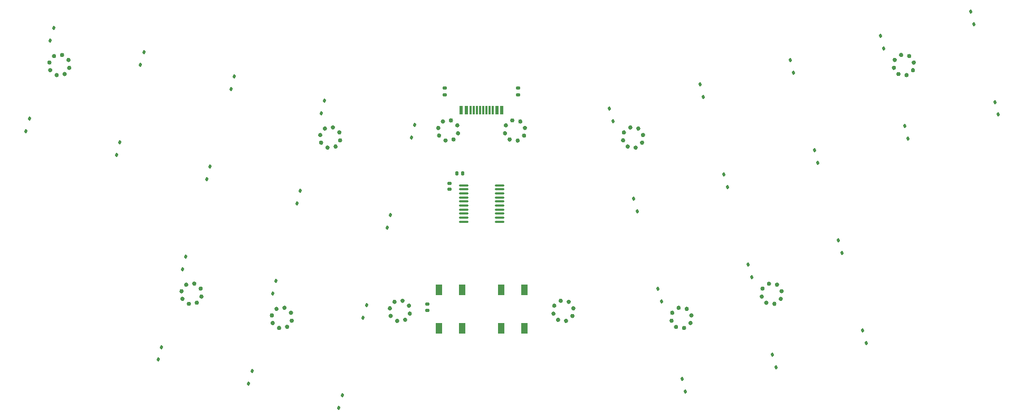
<source format=gbr>
%TF.GenerationSoftware,KiCad,Pcbnew,8.0.0*%
%TF.CreationDate,2024-03-16T16:30:29-05:00*%
%TF.ProjectId,rattlemebones32,72617474-6c65-46d6-9562-6f6e65733332,rev?*%
%TF.SameCoordinates,Original*%
%TF.FileFunction,Paste,Bot*%
%TF.FilePolarity,Positive*%
%FSLAX46Y46*%
G04 Gerber Fmt 4.6, Leading zero omitted, Abs format (unit mm)*
G04 Created by KiCad (PCBNEW 8.0.0) date 2024-03-16 16:30:29*
%MOMM*%
%LPD*%
G01*
G04 APERTURE LIST*
G04 Aperture macros list*
%AMRoundRect*
0 Rectangle with rounded corners*
0 $1 Rounding radius*
0 $2 $3 $4 $5 $6 $7 $8 $9 X,Y pos of 4 corners*
0 Add a 4 corners polygon primitive as box body*
4,1,4,$2,$3,$4,$5,$6,$7,$8,$9,$2,$3,0*
0 Add four circle primitives for the rounded corners*
1,1,$1+$1,$2,$3*
1,1,$1+$1,$4,$5*
1,1,$1+$1,$6,$7*
1,1,$1+$1,$8,$9*
0 Add four rect primitives between the rounded corners*
20,1,$1+$1,$2,$3,$4,$5,0*
20,1,$1+$1,$4,$5,$6,$7,0*
20,1,$1+$1,$6,$7,$8,$9,0*
20,1,$1+$1,$8,$9,$2,$3,0*%
G04 Aperture macros list end*
%ADD10C,0.360000*%
%ADD11C,0.359999*%
%ADD12C,0.360001*%
%ADD13C,0.360002*%
%ADD14RoundRect,0.112500X0.157195X-0.151994X0.060138X0.210228X-0.157195X0.151994X-0.060138X-0.210228X0*%
%ADD15RoundRect,0.140000X0.140000X0.170000X-0.140000X0.170000X-0.140000X-0.170000X0.140000X-0.170000X0*%
%ADD16RoundRect,0.112500X0.060138X-0.210228X0.157195X0.151994X-0.060138X0.210228X-0.157195X-0.151994X0*%
%ADD17R,0.600000X1.450000*%
%ADD18R,0.300000X1.450000*%
%ADD19R,1.100000X1.800000*%
%ADD20RoundRect,0.100000X0.637500X0.100000X-0.637500X0.100000X-0.637500X-0.100000X0.637500X-0.100000X0*%
%ADD21RoundRect,0.135000X0.185000X-0.135000X0.185000X0.135000X-0.185000X0.135000X-0.185000X-0.135000X0*%
%ADD22RoundRect,0.135000X-0.185000X0.135000X-0.185000X-0.135000X0.185000X-0.135000X0.185000X0.135000X0*%
%ADD23RoundRect,0.140000X-0.170000X0.140000X-0.170000X-0.140000X0.170000X-0.140000X0.170000X0.140000X0*%
G04 APERTURE END LIST*
%TO.C,H11*%
D10*
X141649694Y-54151472D02*
G75*
G02*
X141289694Y-54151472I-180000J0D01*
G01*
X141289694Y-54151472D02*
G75*
G02*
X141649694Y-54151472I180000J0D01*
G01*
D11*
X141773776Y-55427050D02*
G75*
G02*
X141413778Y-55427050I-179999J0D01*
G01*
X141413778Y-55427050D02*
G75*
G02*
X141773776Y-55427050I179999J0D01*
G01*
X140619991Y-53357926D02*
G75*
G02*
X140259993Y-53357926I-179999J0D01*
G01*
X140259993Y-53357926D02*
G75*
G02*
X140619991Y-53357926I179999J0D01*
G01*
D12*
X141041469Y-56421398D02*
G75*
G02*
X140681469Y-56421398I-180000J0D01*
G01*
X140681469Y-56421398D02*
G75*
G02*
X141041469Y-56421398I180000J0D01*
G01*
X139331472Y-53530306D02*
G75*
G02*
X138971472Y-53530306I-180000J0D01*
G01*
X138971472Y-53530306D02*
G75*
G02*
X139331472Y-53530306I180000J0D01*
G01*
X139752950Y-56593777D02*
G75*
G02*
X139392950Y-56593777I-180000J0D01*
G01*
X139392950Y-56593777D02*
G75*
G02*
X139752950Y-56593777I180000J0D01*
G01*
D13*
X138586224Y-54572950D02*
G75*
G02*
X138226222Y-54572950I-180001J0D01*
G01*
X138226222Y-54572950D02*
G75*
G02*
X138586224Y-54572950I180001J0D01*
G01*
D10*
X138723247Y-55800232D02*
G75*
G02*
X138363247Y-55800232I-180000J0D01*
G01*
X138363247Y-55800232D02*
G75*
G02*
X138723247Y-55800232I180000J0D01*
G01*
%TO.C,H4*%
X122710119Y-55288285D02*
G75*
G02*
X122350119Y-55288285I-180000J0D01*
G01*
X122350119Y-55288285D02*
G75*
G02*
X122710119Y-55288285I180000J0D01*
G01*
D11*
X122834201Y-56563863D02*
G75*
G02*
X122474203Y-56563863I-179999J0D01*
G01*
X122474203Y-56563863D02*
G75*
G02*
X122834201Y-56563863I179999J0D01*
G01*
X121680416Y-54494739D02*
G75*
G02*
X121320418Y-54494739I-179999J0D01*
G01*
X121320418Y-54494739D02*
G75*
G02*
X121680416Y-54494739I179999J0D01*
G01*
D12*
X122101894Y-57558211D02*
G75*
G02*
X121741894Y-57558211I-180000J0D01*
G01*
X121741894Y-57558211D02*
G75*
G02*
X122101894Y-57558211I180000J0D01*
G01*
X120391897Y-54667119D02*
G75*
G02*
X120031897Y-54667119I-180000J0D01*
G01*
X120031897Y-54667119D02*
G75*
G02*
X120391897Y-54667119I180000J0D01*
G01*
X120813375Y-57730590D02*
G75*
G02*
X120453375Y-57730590I-180000J0D01*
G01*
X120453375Y-57730590D02*
G75*
G02*
X120813375Y-57730590I180000J0D01*
G01*
D13*
X119646649Y-55709763D02*
G75*
G02*
X119286647Y-55709763I-180001J0D01*
G01*
X119286647Y-55709763D02*
G75*
G02*
X119646649Y-55709763I180001J0D01*
G01*
D10*
X119783672Y-56937045D02*
G75*
G02*
X119423672Y-56937045I-180000J0D01*
G01*
X119423672Y-56937045D02*
G75*
G02*
X119783672Y-56937045I180000J0D01*
G01*
%TO.C,H9*%
X149414269Y-25173697D02*
G75*
G02*
X149054269Y-25173697I-180000J0D01*
G01*
X149054269Y-25173697D02*
G75*
G02*
X149414269Y-25173697I180000J0D01*
G01*
D11*
X149538351Y-26449275D02*
G75*
G02*
X149178353Y-26449275I-179999J0D01*
G01*
X149178353Y-26449275D02*
G75*
G02*
X149538351Y-26449275I179999J0D01*
G01*
X148384566Y-24380151D02*
G75*
G02*
X148024568Y-24380151I-179999J0D01*
G01*
X148024568Y-24380151D02*
G75*
G02*
X148384566Y-24380151I179999J0D01*
G01*
D12*
X148806044Y-27443623D02*
G75*
G02*
X148446044Y-27443623I-180000J0D01*
G01*
X148446044Y-27443623D02*
G75*
G02*
X148806044Y-27443623I180000J0D01*
G01*
X147096047Y-24552531D02*
G75*
G02*
X146736047Y-24552531I-180000J0D01*
G01*
X146736047Y-24552531D02*
G75*
G02*
X147096047Y-24552531I180000J0D01*
G01*
X147517525Y-27616002D02*
G75*
G02*
X147157525Y-27616002I-180000J0D01*
G01*
X147157525Y-27616002D02*
G75*
G02*
X147517525Y-27616002I180000J0D01*
G01*
D13*
X146350799Y-25595175D02*
G75*
G02*
X145990797Y-25595175I-180001J0D01*
G01*
X145990797Y-25595175D02*
G75*
G02*
X146350799Y-25595175I180001J0D01*
G01*
D10*
X146487822Y-26822457D02*
G75*
G02*
X146127822Y-26822457I-180000J0D01*
G01*
X146127822Y-26822457D02*
G75*
G02*
X146487822Y-26822457I180000J0D01*
G01*
%TO.C,H8*%
D11*
X201458831Y-51827479D02*
G75*
G02*
X201098833Y-51827479I-179999J0D01*
G01*
X201098833Y-51827479D02*
G75*
G02*
X201458831Y-51827479I179999J0D01*
G01*
D10*
X201321808Y-53054761D02*
G75*
G02*
X200961808Y-53054761I-180000J0D01*
G01*
X200961808Y-53054761D02*
G75*
G02*
X201321808Y-53054761I180000J0D01*
G01*
X200713583Y-50784835D02*
G75*
G02*
X200353583Y-50784835I-180000J0D01*
G01*
X200353583Y-50784835D02*
G75*
G02*
X200713583Y-50784835I180000J0D01*
G01*
D12*
X199425063Y-50612455D02*
G75*
G02*
X199065063Y-50612455I-180000J0D01*
G01*
X199065063Y-50612455D02*
G75*
G02*
X199425063Y-50612455I180000J0D01*
G01*
D10*
X200292105Y-53848306D02*
G75*
G02*
X199932105Y-53848306I-180000J0D01*
G01*
X199932105Y-53848306D02*
G75*
G02*
X200292105Y-53848306I180000J0D01*
G01*
X199003586Y-53675927D02*
G75*
G02*
X198643586Y-53675927I-180000J0D01*
G01*
X198643586Y-53675927D02*
G75*
G02*
X199003586Y-53675927I180000J0D01*
G01*
D12*
X198395361Y-51406001D02*
G75*
G02*
X198035361Y-51406001I-180000J0D01*
G01*
X198035361Y-51406001D02*
G75*
G02*
X198395361Y-51406001I180000J0D01*
G01*
D13*
X198271279Y-52681579D02*
G75*
G02*
X197911277Y-52681579I-180001J0D01*
G01*
X197911277Y-52681579D02*
G75*
G02*
X198271279Y-52681579I180001J0D01*
G01*
%TO.C,H3*%
D10*
X108221231Y-51406000D02*
G75*
G02*
X107861231Y-51406000I-180000J0D01*
G01*
X107861231Y-51406000D02*
G75*
G02*
X108221231Y-51406000I180000J0D01*
G01*
D11*
X108345313Y-52681578D02*
G75*
G02*
X107985315Y-52681578I-179999J0D01*
G01*
X107985315Y-52681578D02*
G75*
G02*
X108345313Y-52681578I179999J0D01*
G01*
X107191528Y-50612454D02*
G75*
G02*
X106831530Y-50612454I-179999J0D01*
G01*
X106831530Y-50612454D02*
G75*
G02*
X107191528Y-50612454I179999J0D01*
G01*
D12*
X107613006Y-53675926D02*
G75*
G02*
X107253006Y-53675926I-180000J0D01*
G01*
X107253006Y-53675926D02*
G75*
G02*
X107613006Y-53675926I180000J0D01*
G01*
X105903009Y-50784834D02*
G75*
G02*
X105543009Y-50784834I-180000J0D01*
G01*
X105543009Y-50784834D02*
G75*
G02*
X105903009Y-50784834I180000J0D01*
G01*
X106324487Y-53848305D02*
G75*
G02*
X105964487Y-53848305I-180000J0D01*
G01*
X105964487Y-53848305D02*
G75*
G02*
X106324487Y-53848305I180000J0D01*
G01*
D13*
X105157761Y-51827478D02*
G75*
G02*
X104797759Y-51827478I-180001J0D01*
G01*
X104797759Y-51827478D02*
G75*
G02*
X105157761Y-51827478I180001J0D01*
G01*
D10*
X105294784Y-53054760D02*
G75*
G02*
X104934784Y-53054760I-180000J0D01*
G01*
X104934784Y-53054760D02*
G75*
G02*
X105294784Y-53054760I180000J0D01*
G01*
%TO.C,H10*%
D11*
X160265792Y-25595177D02*
G75*
G02*
X159905794Y-25595177I-179999J0D01*
G01*
X159905794Y-25595177D02*
G75*
G02*
X160265792Y-25595177I179999J0D01*
G01*
D10*
X160128769Y-26822459D02*
G75*
G02*
X159768769Y-26822459I-180000J0D01*
G01*
X159768769Y-26822459D02*
G75*
G02*
X160128769Y-26822459I180000J0D01*
G01*
X159520544Y-24552533D02*
G75*
G02*
X159160544Y-24552533I-180000J0D01*
G01*
X159160544Y-24552533D02*
G75*
G02*
X159520544Y-24552533I180000J0D01*
G01*
D12*
X158232024Y-24380153D02*
G75*
G02*
X157872024Y-24380153I-180000J0D01*
G01*
X157872024Y-24380153D02*
G75*
G02*
X158232024Y-24380153I180000J0D01*
G01*
D10*
X159099066Y-27616004D02*
G75*
G02*
X158739066Y-27616004I-180000J0D01*
G01*
X158739066Y-27616004D02*
G75*
G02*
X159099066Y-27616004I180000J0D01*
G01*
X157810547Y-27443625D02*
G75*
G02*
X157450547Y-27443625I-180000J0D01*
G01*
X157450547Y-27443625D02*
G75*
G02*
X157810547Y-27443625I180000J0D01*
G01*
D12*
X157202322Y-25173699D02*
G75*
G02*
X156842322Y-25173699I-180000J0D01*
G01*
X156842322Y-25173699D02*
G75*
G02*
X157202322Y-25173699I180000J0D01*
G01*
D13*
X157078240Y-26449277D02*
G75*
G02*
X156718238Y-26449277I-180001J0D01*
G01*
X156718238Y-26449277D02*
G75*
G02*
X157078240Y-26449277I180001J0D01*
G01*
%TO.C,H2*%
D10*
X130474692Y-26310509D02*
G75*
G02*
X130114692Y-26310509I-180000J0D01*
G01*
X130114692Y-26310509D02*
G75*
G02*
X130474692Y-26310509I180000J0D01*
G01*
D11*
X130598774Y-27586087D02*
G75*
G02*
X130238776Y-27586087I-179999J0D01*
G01*
X130238776Y-27586087D02*
G75*
G02*
X130598774Y-27586087I179999J0D01*
G01*
X129444989Y-25516963D02*
G75*
G02*
X129084991Y-25516963I-179999J0D01*
G01*
X129084991Y-25516963D02*
G75*
G02*
X129444989Y-25516963I179999J0D01*
G01*
D12*
X129866467Y-28580435D02*
G75*
G02*
X129506467Y-28580435I-180000J0D01*
G01*
X129506467Y-28580435D02*
G75*
G02*
X129866467Y-28580435I180000J0D01*
G01*
X128156470Y-25689343D02*
G75*
G02*
X127796470Y-25689343I-180000J0D01*
G01*
X127796470Y-25689343D02*
G75*
G02*
X128156470Y-25689343I180000J0D01*
G01*
X128577948Y-28752814D02*
G75*
G02*
X128217948Y-28752814I-180000J0D01*
G01*
X128217948Y-28752814D02*
G75*
G02*
X128577948Y-28752814I180000J0D01*
G01*
D13*
X127411222Y-26731987D02*
G75*
G02*
X127051220Y-26731987I-180001J0D01*
G01*
X127051220Y-26731987D02*
G75*
G02*
X127411222Y-26731987I180001J0D01*
G01*
D10*
X127548245Y-27959269D02*
G75*
G02*
X127188245Y-27959269I-180000J0D01*
G01*
X127188245Y-27959269D02*
G75*
G02*
X127548245Y-27959269I180000J0D01*
G01*
%TO.C,H1*%
X87008026Y-14663654D02*
G75*
G02*
X86648026Y-14663654I-180000J0D01*
G01*
X86648026Y-14663654D02*
G75*
G02*
X87008026Y-14663654I180000J0D01*
G01*
D11*
X87132108Y-15939232D02*
G75*
G02*
X86772110Y-15939232I-179999J0D01*
G01*
X86772110Y-15939232D02*
G75*
G02*
X87132108Y-15939232I179999J0D01*
G01*
X85978323Y-13870108D02*
G75*
G02*
X85618325Y-13870108I-179999J0D01*
G01*
X85618325Y-13870108D02*
G75*
G02*
X85978323Y-13870108I179999J0D01*
G01*
D12*
X86399801Y-16933580D02*
G75*
G02*
X86039801Y-16933580I-180000J0D01*
G01*
X86039801Y-16933580D02*
G75*
G02*
X86399801Y-16933580I180000J0D01*
G01*
X84689804Y-14042488D02*
G75*
G02*
X84329804Y-14042488I-180000J0D01*
G01*
X84329804Y-14042488D02*
G75*
G02*
X84689804Y-14042488I180000J0D01*
G01*
X85111282Y-17105959D02*
G75*
G02*
X84751282Y-17105959I-180000J0D01*
G01*
X84751282Y-17105959D02*
G75*
G02*
X85111282Y-17105959I180000J0D01*
G01*
D13*
X83944556Y-15085132D02*
G75*
G02*
X83584554Y-15085132I-180001J0D01*
G01*
X83584554Y-15085132D02*
G75*
G02*
X83944556Y-15085132I180001J0D01*
G01*
D10*
X84081579Y-16312414D02*
G75*
G02*
X83721579Y-16312414I-180000J0D01*
G01*
X83721579Y-16312414D02*
G75*
G02*
X84081579Y-16312414I180000J0D01*
G01*
%TO.C,H6*%
D11*
X222672035Y-15085130D02*
G75*
G02*
X222312037Y-15085130I-179999J0D01*
G01*
X222312037Y-15085130D02*
G75*
G02*
X222672035Y-15085130I179999J0D01*
G01*
D10*
X222535012Y-16312412D02*
G75*
G02*
X222175012Y-16312412I-180000J0D01*
G01*
X222175012Y-16312412D02*
G75*
G02*
X222535012Y-16312412I180000J0D01*
G01*
X221926787Y-14042486D02*
G75*
G02*
X221566787Y-14042486I-180000J0D01*
G01*
X221566787Y-14042486D02*
G75*
G02*
X221926787Y-14042486I180000J0D01*
G01*
D12*
X220638267Y-13870106D02*
G75*
G02*
X220278267Y-13870106I-180000J0D01*
G01*
X220278267Y-13870106D02*
G75*
G02*
X220638267Y-13870106I180000J0D01*
G01*
D10*
X221505309Y-17105957D02*
G75*
G02*
X221145309Y-17105957I-180000J0D01*
G01*
X221145309Y-17105957D02*
G75*
G02*
X221505309Y-17105957I180000J0D01*
G01*
X220216790Y-16933578D02*
G75*
G02*
X219856790Y-16933578I-180000J0D01*
G01*
X219856790Y-16933578D02*
G75*
G02*
X220216790Y-16933578I180000J0D01*
G01*
D12*
X219608565Y-14663652D02*
G75*
G02*
X219248565Y-14663652I-180000J0D01*
G01*
X219248565Y-14663652D02*
G75*
G02*
X219608565Y-14663652I180000J0D01*
G01*
D13*
X219484483Y-15939230D02*
G75*
G02*
X219124481Y-15939230I-180001J0D01*
G01*
X219124481Y-15939230D02*
G75*
G02*
X219484483Y-15939230I180001J0D01*
G01*
%TO.C,H5*%
D11*
X179205375Y-26731988D02*
G75*
G02*
X178845377Y-26731988I-179999J0D01*
G01*
X178845377Y-26731988D02*
G75*
G02*
X179205375Y-26731988I179999J0D01*
G01*
D10*
X179068352Y-27959270D02*
G75*
G02*
X178708352Y-27959270I-180000J0D01*
G01*
X178708352Y-27959270D02*
G75*
G02*
X179068352Y-27959270I180000J0D01*
G01*
X178460127Y-25689344D02*
G75*
G02*
X178100127Y-25689344I-180000J0D01*
G01*
X178100127Y-25689344D02*
G75*
G02*
X178460127Y-25689344I180000J0D01*
G01*
D12*
X177171607Y-25516964D02*
G75*
G02*
X176811607Y-25516964I-180000J0D01*
G01*
X176811607Y-25516964D02*
G75*
G02*
X177171607Y-25516964I180000J0D01*
G01*
D10*
X178038649Y-28752815D02*
G75*
G02*
X177678649Y-28752815I-180000J0D01*
G01*
X177678649Y-28752815D02*
G75*
G02*
X178038649Y-28752815I180000J0D01*
G01*
X176750130Y-28580436D02*
G75*
G02*
X176390130Y-28580436I-180000J0D01*
G01*
X176390130Y-28580436D02*
G75*
G02*
X176750130Y-28580436I180000J0D01*
G01*
D12*
X176141905Y-26310510D02*
G75*
G02*
X175781905Y-26310510I-180000J0D01*
G01*
X175781905Y-26310510D02*
G75*
G02*
X176141905Y-26310510I180000J0D01*
G01*
D13*
X176017823Y-27586088D02*
G75*
G02*
X175657821Y-27586088I-180001J0D01*
G01*
X175657821Y-27586088D02*
G75*
G02*
X176017823Y-27586088I180001J0D01*
G01*
%TO.C,H12*%
D11*
X168030363Y-54572954D02*
G75*
G02*
X167670365Y-54572954I-179999J0D01*
G01*
X167670365Y-54572954D02*
G75*
G02*
X168030363Y-54572954I179999J0D01*
G01*
D10*
X167893340Y-55800236D02*
G75*
G02*
X167533340Y-55800236I-180000J0D01*
G01*
X167533340Y-55800236D02*
G75*
G02*
X167893340Y-55800236I180000J0D01*
G01*
X167285115Y-53530310D02*
G75*
G02*
X166925115Y-53530310I-180000J0D01*
G01*
X166925115Y-53530310D02*
G75*
G02*
X167285115Y-53530310I180000J0D01*
G01*
D12*
X165996595Y-53357930D02*
G75*
G02*
X165636595Y-53357930I-180000J0D01*
G01*
X165636595Y-53357930D02*
G75*
G02*
X165996595Y-53357930I180000J0D01*
G01*
D10*
X166863637Y-56593781D02*
G75*
G02*
X166503637Y-56593781I-180000J0D01*
G01*
X166503637Y-56593781D02*
G75*
G02*
X166863637Y-56593781I180000J0D01*
G01*
X165575118Y-56421402D02*
G75*
G02*
X165215118Y-56421402I-180000J0D01*
G01*
X165215118Y-56421402D02*
G75*
G02*
X165575118Y-56421402I180000J0D01*
G01*
D12*
X164966893Y-54151476D02*
G75*
G02*
X164606893Y-54151476I-180000J0D01*
G01*
X164606893Y-54151476D02*
G75*
G02*
X164966893Y-54151476I180000J0D01*
G01*
D13*
X164842811Y-55427054D02*
G75*
G02*
X164482809Y-55427054I-180001J0D01*
G01*
X164482809Y-55427054D02*
G75*
G02*
X164842811Y-55427054I180001J0D01*
G01*
%TO.C,H7*%
D11*
X186969942Y-55709763D02*
G75*
G02*
X186609944Y-55709763I-179999J0D01*
G01*
X186609944Y-55709763D02*
G75*
G02*
X186969942Y-55709763I179999J0D01*
G01*
D10*
X186832919Y-56937045D02*
G75*
G02*
X186472919Y-56937045I-180000J0D01*
G01*
X186472919Y-56937045D02*
G75*
G02*
X186832919Y-56937045I180000J0D01*
G01*
X186224694Y-54667119D02*
G75*
G02*
X185864694Y-54667119I-180000J0D01*
G01*
X185864694Y-54667119D02*
G75*
G02*
X186224694Y-54667119I180000J0D01*
G01*
D12*
X184936174Y-54494739D02*
G75*
G02*
X184576174Y-54494739I-180000J0D01*
G01*
X184576174Y-54494739D02*
G75*
G02*
X184936174Y-54494739I180000J0D01*
G01*
D10*
X185803216Y-57730590D02*
G75*
G02*
X185443216Y-57730590I-180000J0D01*
G01*
X185443216Y-57730590D02*
G75*
G02*
X185803216Y-57730590I180000J0D01*
G01*
X184514697Y-57558211D02*
G75*
G02*
X184154697Y-57558211I-180000J0D01*
G01*
X184154697Y-57558211D02*
G75*
G02*
X184514697Y-57558211I180000J0D01*
G01*
D12*
X183906472Y-55288285D02*
G75*
G02*
X183546472Y-55288285I-180000J0D01*
G01*
X183546472Y-55288285D02*
G75*
G02*
X183906472Y-55288285I180000J0D01*
G01*
D13*
X183782390Y-56563863D02*
G75*
G02*
X183422388Y-56563863I-180001J0D01*
G01*
X183422388Y-56563863D02*
G75*
G02*
X183782390Y-56563863I180001J0D01*
G01*
%TD*%
D14*
%TO.C,D18*%
X192036519Y-33068109D03*
X192580039Y-35096553D03*
%TD*%
D15*
%TO.C,C2*%
X149128462Y-32926925D03*
X150088462Y-32926925D03*
%TD*%
D14*
%TO.C,D16*%
X206525411Y-29185822D03*
X207068931Y-31214266D03*
%TD*%
D16*
%TO.C,D11*%
X142404995Y-25091109D03*
X141861475Y-27119553D03*
%TD*%
D14*
%TO.C,D4*%
X217132006Y-10814649D03*
X217675526Y-12843093D03*
%TD*%
D17*
%TO.C,J1*%
X149878393Y-22730378D03*
X150678393Y-22730378D03*
D18*
X151878393Y-22730378D03*
X152878393Y-22730378D03*
X153378393Y-22730378D03*
X154378393Y-22730378D03*
D17*
X155578393Y-22730378D03*
X156378393Y-22730378D03*
X156378393Y-22730378D03*
X155578393Y-22730378D03*
D18*
X154878393Y-22730378D03*
X153878393Y-22730378D03*
X152378393Y-22730378D03*
X151378393Y-22730378D03*
D17*
X150678393Y-22730378D03*
X149878393Y-22730378D03*
%TD*%
D19*
%TO.C,SW33*%
X149978393Y-57826925D03*
X149978393Y-51626924D03*
X146278393Y-57826926D03*
X146278393Y-51626925D03*
%TD*%
D16*
%TO.C,D31*%
X130758140Y-68557770D03*
X130214620Y-70586214D03*
%TD*%
D20*
%TO.C,U1*%
X150265895Y-34801924D03*
X150265895Y-35451924D03*
X150265895Y-36101924D03*
X150265896Y-36751924D03*
X150265896Y-37401924D03*
X150265896Y-38051924D03*
X150265895Y-38701924D03*
X150265895Y-39351924D03*
X150265895Y-40001924D03*
X150265895Y-40651924D03*
X155990895Y-40651924D03*
X155990895Y-40001924D03*
X155990895Y-39351924D03*
X155990894Y-38701924D03*
X155990894Y-38051924D03*
X155990894Y-37401924D03*
X155990895Y-36751924D03*
X155990895Y-36101924D03*
X155990895Y-35451924D03*
X155990895Y-34801924D03*
%TD*%
D16*
%TO.C,D27*%
X101780362Y-60793200D03*
X101236842Y-62821644D03*
%TD*%
%TO.C,D17*%
X124033823Y-35697712D03*
X123490303Y-37726156D03*
%TD*%
%TO.C,D9*%
X80567158Y-24050852D03*
X80023638Y-26079296D03*
%TD*%
D14*
%TO.C,D26*%
X181429919Y-51439283D03*
X181973439Y-53467727D03*
%TD*%
D19*
%TO.C,SW34*%
X159978393Y-57826925D03*
X159978393Y-51626924D03*
X156278393Y-57826926D03*
X156278393Y-51626925D03*
%TD*%
D21*
%TO.C,R4*%
X147208466Y-19216923D03*
X147208466Y-20236923D03*
%TD*%
D14*
%TO.C,D6*%
X202643119Y-14696938D03*
X203186639Y-16725382D03*
%TD*%
%TO.C,D12*%
X173665346Y-22461509D03*
X174208866Y-24489953D03*
%TD*%
%TO.C,D32*%
X185312204Y-65928171D03*
X185855724Y-67956615D03*
%TD*%
D21*
%TO.C,R5*%
X159008462Y-19216923D03*
X159008462Y-20236923D03*
%TD*%
D14*
%TO.C,D22*%
X210407696Y-43674711D03*
X210951216Y-45703155D03*
%TD*%
D22*
%TO.C,R1*%
X144408463Y-54926923D03*
X144408463Y-53906923D03*
%TD*%
D16*
%TO.C,D13*%
X95056048Y-27933139D03*
X94512528Y-29961583D03*
%TD*%
%TO.C,D7*%
X127916110Y-21208824D03*
X127372590Y-23237268D03*
%TD*%
D14*
%TO.C,D10*%
X235503186Y-21421251D03*
X236046706Y-23449695D03*
%TD*%
%TO.C,D28*%
X214289979Y-58163598D03*
X214833499Y-60192042D03*
%TD*%
D16*
%TO.C,D5*%
X113427221Y-17326538D03*
X112883701Y-19354982D03*
%TD*%
%TO.C,D3*%
X98938335Y-13444255D03*
X98394815Y-15472699D03*
%TD*%
%TO.C,D23*%
X120151535Y-50186599D03*
X119608015Y-52215043D03*
%TD*%
D14*
%TO.C,D2*%
X231620896Y-6932364D03*
X232164416Y-8960808D03*
%TD*%
D16*
%TO.C,D21*%
X105662650Y-46304312D03*
X105119130Y-48332756D03*
%TD*%
%TO.C,D25*%
X134640426Y-54068884D03*
X134096906Y-56097328D03*
%TD*%
D14*
%TO.C,D14*%
X221014296Y-25303538D03*
X221557816Y-27331982D03*
%TD*%
D16*
%TO.C,D29*%
X116269250Y-64675487D03*
X115725730Y-66703931D03*
%TD*%
D14*
%TO.C,D8*%
X188154234Y-18579220D03*
X188697754Y-20607664D03*
%TD*%
%TO.C,D20*%
X177547633Y-36950395D03*
X178091153Y-38978839D03*
%TD*%
D16*
%TO.C,D15*%
X109544937Y-31815426D03*
X109001417Y-33843870D03*
%TD*%
%TO.C,D19*%
X138522711Y-39579996D03*
X137979191Y-41608440D03*
%TD*%
D14*
%TO.C,D30*%
X199801090Y-62045883D03*
X200344610Y-64074327D03*
%TD*%
%TO.C,D24*%
X195918805Y-47556997D03*
X196462325Y-49585441D03*
%TD*%
D23*
%TO.C,C1*%
X148008463Y-35459903D03*
X148008463Y-34499903D03*
%TD*%
D16*
%TO.C,D1*%
X84449445Y-9561967D03*
X83905925Y-11590411D03*
%TD*%
M02*

</source>
